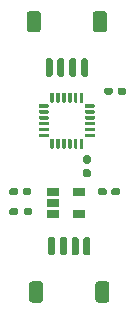
<source format=gbr>
%TF.GenerationSoftware,KiCad,Pcbnew,(5.1.9-0-10_14)*%
%TF.CreationDate,2022-01-13T23:21:40+01:00*%
%TF.ProjectId,tinypico_shield,74696e79-7069-4636-9f5f-736869656c64,rev?*%
%TF.SameCoordinates,Original*%
%TF.FileFunction,Paste,Top*%
%TF.FilePolarity,Positive*%
%FSLAX46Y46*%
G04 Gerber Fmt 4.6, Leading zero omitted, Abs format (unit mm)*
G04 Created by KiCad (PCBNEW (5.1.9-0-10_14)) date 2022-01-13 23:21:40*
%MOMM*%
%LPD*%
G01*
G04 APERTURE LIST*
%ADD10R,1.060000X0.650000*%
G04 APERTURE END LIST*
%TO.C,C4*%
G36*
G01*
X13300000Y-13655000D02*
X13300000Y-13345000D01*
G75*
G02*
X13455000Y-13190000I155000J0D01*
G01*
X13880000Y-13190000D01*
G75*
G02*
X14035000Y-13345000I0J-155000D01*
G01*
X14035000Y-13655000D01*
G75*
G02*
X13880000Y-13810000I-155000J0D01*
G01*
X13455000Y-13810000D01*
G75*
G02*
X13300000Y-13655000I0J155000D01*
G01*
G37*
G36*
G01*
X12165000Y-13655000D02*
X12165000Y-13345000D01*
G75*
G02*
X12320000Y-13190000I155000J0D01*
G01*
X12745000Y-13190000D01*
G75*
G02*
X12900000Y-13345000I0J-155000D01*
G01*
X12900000Y-13655000D01*
G75*
G02*
X12745000Y-13810000I-155000J0D01*
G01*
X12320000Y-13810000D01*
G75*
G02*
X12165000Y-13655000I0J155000D01*
G01*
G37*
%TD*%
%TO.C,J8*%
G36*
G01*
X11400000Y-31150001D02*
X11400000Y-29849999D01*
G75*
G02*
X11649999Y-29600000I249999J0D01*
G01*
X12350001Y-29600000D01*
G75*
G02*
X12600000Y-29849999I0J-249999D01*
G01*
X12600000Y-31150001D01*
G75*
G02*
X12350001Y-31400000I-249999J0D01*
G01*
X11649999Y-31400000D01*
G75*
G02*
X11400000Y-31150001I0J249999D01*
G01*
G37*
G36*
G01*
X5800000Y-31150001D02*
X5800000Y-29849999D01*
G75*
G02*
X6049999Y-29600000I249999J0D01*
G01*
X6750001Y-29600000D01*
G75*
G02*
X7000000Y-29849999I0J-249999D01*
G01*
X7000000Y-31150001D01*
G75*
G02*
X6750001Y-31400000I-249999J0D01*
G01*
X6049999Y-31400000D01*
G75*
G02*
X5800000Y-31150001I0J249999D01*
G01*
G37*
G36*
G01*
X10400000Y-27250000D02*
X10400000Y-26000000D01*
G75*
G02*
X10550000Y-25850000I150000J0D01*
G01*
X10850000Y-25850000D01*
G75*
G02*
X11000000Y-26000000I0J-150000D01*
G01*
X11000000Y-27250000D01*
G75*
G02*
X10850000Y-27400000I-150000J0D01*
G01*
X10550000Y-27400000D01*
G75*
G02*
X10400000Y-27250000I0J150000D01*
G01*
G37*
G36*
G01*
X9400000Y-27250000D02*
X9400000Y-26000000D01*
G75*
G02*
X9550000Y-25850000I150000J0D01*
G01*
X9850000Y-25850000D01*
G75*
G02*
X10000000Y-26000000I0J-150000D01*
G01*
X10000000Y-27250000D01*
G75*
G02*
X9850000Y-27400000I-150000J0D01*
G01*
X9550000Y-27400000D01*
G75*
G02*
X9400000Y-27250000I0J150000D01*
G01*
G37*
G36*
G01*
X8400000Y-27250000D02*
X8400000Y-26000000D01*
G75*
G02*
X8550000Y-25850000I150000J0D01*
G01*
X8850000Y-25850000D01*
G75*
G02*
X9000000Y-26000000I0J-150000D01*
G01*
X9000000Y-27250000D01*
G75*
G02*
X8850000Y-27400000I-150000J0D01*
G01*
X8550000Y-27400000D01*
G75*
G02*
X8400000Y-27250000I0J150000D01*
G01*
G37*
G36*
G01*
X7400000Y-27250000D02*
X7400000Y-26000000D01*
G75*
G02*
X7550000Y-25850000I150000J0D01*
G01*
X7850000Y-25850000D01*
G75*
G02*
X8000000Y-26000000I0J-150000D01*
G01*
X8000000Y-27250000D01*
G75*
G02*
X7850000Y-27400000I-150000J0D01*
G01*
X7550000Y-27400000D01*
G75*
G02*
X7400000Y-27250000I0J150000D01*
G01*
G37*
%TD*%
D10*
%TO.C,U2*%
X10000000Y-22000000D03*
X10000000Y-23900000D03*
X7800000Y-23900000D03*
X7800000Y-22950000D03*
X7800000Y-22000000D03*
%TD*%
%TO.C,R1*%
G36*
G01*
X4857500Y-23535000D02*
X4857500Y-23855000D01*
G75*
G02*
X4697500Y-24015000I-160000J0D01*
G01*
X4302500Y-24015000D01*
G75*
G02*
X4142500Y-23855000I0J160000D01*
G01*
X4142500Y-23535000D01*
G75*
G02*
X4302500Y-23375000I160000J0D01*
G01*
X4697500Y-23375000D01*
G75*
G02*
X4857500Y-23535000I0J-160000D01*
G01*
G37*
G36*
G01*
X6052500Y-23535000D02*
X6052500Y-23855000D01*
G75*
G02*
X5892500Y-24015000I-160000J0D01*
G01*
X5497500Y-24015000D01*
G75*
G02*
X5337500Y-23855000I0J160000D01*
G01*
X5337500Y-23535000D01*
G75*
G02*
X5497500Y-23375000I160000J0D01*
G01*
X5892500Y-23375000D01*
G75*
G02*
X6052500Y-23535000I0J-160000D01*
G01*
G37*
%TD*%
%TO.C,C3*%
G36*
G01*
X10545000Y-20067500D02*
X10855000Y-20067500D01*
G75*
G02*
X11010000Y-20222500I0J-155000D01*
G01*
X11010000Y-20647500D01*
G75*
G02*
X10855000Y-20802500I-155000J0D01*
G01*
X10545000Y-20802500D01*
G75*
G02*
X10390000Y-20647500I0J155000D01*
G01*
X10390000Y-20222500D01*
G75*
G02*
X10545000Y-20067500I155000J0D01*
G01*
G37*
G36*
G01*
X10545000Y-18932500D02*
X10855000Y-18932500D01*
G75*
G02*
X11010000Y-19087500I0J-155000D01*
G01*
X11010000Y-19512500D01*
G75*
G02*
X10855000Y-19667500I-155000J0D01*
G01*
X10545000Y-19667500D01*
G75*
G02*
X10390000Y-19512500I0J155000D01*
G01*
X10390000Y-19087500D01*
G75*
G02*
X10545000Y-18932500I155000J0D01*
G01*
G37*
%TD*%
%TO.C,C2*%
G36*
G01*
X4867500Y-21845000D02*
X4867500Y-22155000D01*
G75*
G02*
X4712500Y-22310000I-155000J0D01*
G01*
X4287500Y-22310000D01*
G75*
G02*
X4132500Y-22155000I0J155000D01*
G01*
X4132500Y-21845000D01*
G75*
G02*
X4287500Y-21690000I155000J0D01*
G01*
X4712500Y-21690000D01*
G75*
G02*
X4867500Y-21845000I0J-155000D01*
G01*
G37*
G36*
G01*
X6002500Y-21845000D02*
X6002500Y-22155000D01*
G75*
G02*
X5847500Y-22310000I-155000J0D01*
G01*
X5422500Y-22310000D01*
G75*
G02*
X5267500Y-22155000I0J155000D01*
G01*
X5267500Y-21845000D01*
G75*
G02*
X5422500Y-21690000I155000J0D01*
G01*
X5847500Y-21690000D01*
G75*
G02*
X6002500Y-21845000I0J-155000D01*
G01*
G37*
%TD*%
%TO.C,C1*%
G36*
G01*
X12767500Y-22155000D02*
X12767500Y-21845000D01*
G75*
G02*
X12922500Y-21690000I155000J0D01*
G01*
X13347500Y-21690000D01*
G75*
G02*
X13502500Y-21845000I0J-155000D01*
G01*
X13502500Y-22155000D01*
G75*
G02*
X13347500Y-22310000I-155000J0D01*
G01*
X12922500Y-22310000D01*
G75*
G02*
X12767500Y-22155000I0J155000D01*
G01*
G37*
G36*
G01*
X11632500Y-22155000D02*
X11632500Y-21845000D01*
G75*
G02*
X11787500Y-21690000I155000J0D01*
G01*
X12212500Y-21690000D01*
G75*
G02*
X12367500Y-21845000I0J-155000D01*
G01*
X12367500Y-22155000D01*
G75*
G02*
X12212500Y-22310000I-155000J0D01*
G01*
X11787500Y-22310000D01*
G75*
G02*
X11632500Y-22155000I0J155000D01*
G01*
G37*
%TD*%
%TO.C,J9*%
G36*
G01*
X6800000Y-6974999D02*
X6800000Y-8275001D01*
G75*
G02*
X6550001Y-8525000I-249999J0D01*
G01*
X5849999Y-8525000D01*
G75*
G02*
X5600000Y-8275001I0J249999D01*
G01*
X5600000Y-6974999D01*
G75*
G02*
X5849999Y-6725000I249999J0D01*
G01*
X6550001Y-6725000D01*
G75*
G02*
X6800000Y-6974999I0J-249999D01*
G01*
G37*
G36*
G01*
X12400000Y-6974999D02*
X12400000Y-8275001D01*
G75*
G02*
X12150001Y-8525000I-249999J0D01*
G01*
X11449999Y-8525000D01*
G75*
G02*
X11200000Y-8275001I0J249999D01*
G01*
X11200000Y-6974999D01*
G75*
G02*
X11449999Y-6725000I249999J0D01*
G01*
X12150001Y-6725000D01*
G75*
G02*
X12400000Y-6974999I0J-249999D01*
G01*
G37*
G36*
G01*
X7800000Y-10875000D02*
X7800000Y-12125000D01*
G75*
G02*
X7650000Y-12275000I-150000J0D01*
G01*
X7350000Y-12275000D01*
G75*
G02*
X7200000Y-12125000I0J150000D01*
G01*
X7200000Y-10875000D01*
G75*
G02*
X7350000Y-10725000I150000J0D01*
G01*
X7650000Y-10725000D01*
G75*
G02*
X7800000Y-10875000I0J-150000D01*
G01*
G37*
G36*
G01*
X8800000Y-10875000D02*
X8800000Y-12125000D01*
G75*
G02*
X8650000Y-12275000I-150000J0D01*
G01*
X8350000Y-12275000D01*
G75*
G02*
X8200000Y-12125000I0J150000D01*
G01*
X8200000Y-10875000D01*
G75*
G02*
X8350000Y-10725000I150000J0D01*
G01*
X8650000Y-10725000D01*
G75*
G02*
X8800000Y-10875000I0J-150000D01*
G01*
G37*
G36*
G01*
X9800000Y-10875000D02*
X9800000Y-12125000D01*
G75*
G02*
X9650000Y-12275000I-150000J0D01*
G01*
X9350000Y-12275000D01*
G75*
G02*
X9200000Y-12125000I0J150000D01*
G01*
X9200000Y-10875000D01*
G75*
G02*
X9350000Y-10725000I150000J0D01*
G01*
X9650000Y-10725000D01*
G75*
G02*
X9800000Y-10875000I0J-150000D01*
G01*
G37*
G36*
G01*
X10800000Y-10875000D02*
X10800000Y-12125000D01*
G75*
G02*
X10650000Y-12275000I-150000J0D01*
G01*
X10350000Y-12275000D01*
G75*
G02*
X10200000Y-12125000I0J150000D01*
G01*
X10200000Y-10875000D01*
G75*
G02*
X10350000Y-10725000I150000J0D01*
G01*
X10650000Y-10725000D01*
G75*
G02*
X10800000Y-10875000I0J-150000D01*
G01*
G37*
%TD*%
%TO.C,U1*%
G36*
G01*
X7825000Y-14475000D02*
X7675000Y-14475000D01*
G75*
G02*
X7600000Y-14400000I0J75000D01*
G01*
X7600000Y-13700000D01*
G75*
G02*
X7675000Y-13625000I75000J0D01*
G01*
X7825000Y-13625000D01*
G75*
G02*
X7900000Y-13700000I0J-75000D01*
G01*
X7900000Y-14400000D01*
G75*
G02*
X7825000Y-14475000I-75000J0D01*
G01*
G37*
G36*
G01*
X8325000Y-14475000D02*
X8175000Y-14475000D01*
G75*
G02*
X8100000Y-14400000I0J75000D01*
G01*
X8100000Y-13700000D01*
G75*
G02*
X8175000Y-13625000I75000J0D01*
G01*
X8325000Y-13625000D01*
G75*
G02*
X8400000Y-13700000I0J-75000D01*
G01*
X8400000Y-14400000D01*
G75*
G02*
X8325000Y-14475000I-75000J0D01*
G01*
G37*
G36*
G01*
X8825000Y-14475000D02*
X8675000Y-14475000D01*
G75*
G02*
X8600000Y-14400000I0J75000D01*
G01*
X8600000Y-13700000D01*
G75*
G02*
X8675000Y-13625000I75000J0D01*
G01*
X8825000Y-13625000D01*
G75*
G02*
X8900000Y-13700000I0J-75000D01*
G01*
X8900000Y-14400000D01*
G75*
G02*
X8825000Y-14475000I-75000J0D01*
G01*
G37*
G36*
G01*
X9325000Y-14475000D02*
X9175000Y-14475000D01*
G75*
G02*
X9100000Y-14400000I0J75000D01*
G01*
X9100000Y-13700000D01*
G75*
G02*
X9175000Y-13625000I75000J0D01*
G01*
X9325000Y-13625000D01*
G75*
G02*
X9400000Y-13700000I0J-75000D01*
G01*
X9400000Y-14400000D01*
G75*
G02*
X9325000Y-14475000I-75000J0D01*
G01*
G37*
G36*
G01*
X9825000Y-14475000D02*
X9675000Y-14475000D01*
G75*
G02*
X9600000Y-14400000I0J75000D01*
G01*
X9600000Y-13700000D01*
G75*
G02*
X9675000Y-13625000I75000J0D01*
G01*
X9825000Y-13625000D01*
G75*
G02*
X9900000Y-13700000I0J-75000D01*
G01*
X9900000Y-14400000D01*
G75*
G02*
X9825000Y-14475000I-75000J0D01*
G01*
G37*
G36*
G01*
X10325000Y-14475000D02*
X10175000Y-14475000D01*
G75*
G02*
X10100000Y-14400000I0J75000D01*
G01*
X10100000Y-13700000D01*
G75*
G02*
X10175000Y-13625000I75000J0D01*
G01*
X10325000Y-13625000D01*
G75*
G02*
X10400000Y-13700000I0J-75000D01*
G01*
X10400000Y-14400000D01*
G75*
G02*
X10325000Y-14475000I-75000J0D01*
G01*
G37*
G36*
G01*
X10525000Y-14825000D02*
X10525000Y-14675000D01*
G75*
G02*
X10600000Y-14600000I75000J0D01*
G01*
X11300000Y-14600000D01*
G75*
G02*
X11375000Y-14675000I0J-75000D01*
G01*
X11375000Y-14825000D01*
G75*
G02*
X11300000Y-14900000I-75000J0D01*
G01*
X10600000Y-14900000D01*
G75*
G02*
X10525000Y-14825000I0J75000D01*
G01*
G37*
G36*
G01*
X10525000Y-15325000D02*
X10525000Y-15175000D01*
G75*
G02*
X10600000Y-15100000I75000J0D01*
G01*
X11300000Y-15100000D01*
G75*
G02*
X11375000Y-15175000I0J-75000D01*
G01*
X11375000Y-15325000D01*
G75*
G02*
X11300000Y-15400000I-75000J0D01*
G01*
X10600000Y-15400000D01*
G75*
G02*
X10525000Y-15325000I0J75000D01*
G01*
G37*
G36*
G01*
X10525000Y-15825000D02*
X10525000Y-15675000D01*
G75*
G02*
X10600000Y-15600000I75000J0D01*
G01*
X11300000Y-15600000D01*
G75*
G02*
X11375000Y-15675000I0J-75000D01*
G01*
X11375000Y-15825000D01*
G75*
G02*
X11300000Y-15900000I-75000J0D01*
G01*
X10600000Y-15900000D01*
G75*
G02*
X10525000Y-15825000I0J75000D01*
G01*
G37*
G36*
G01*
X10525000Y-16325000D02*
X10525000Y-16175000D01*
G75*
G02*
X10600000Y-16100000I75000J0D01*
G01*
X11300000Y-16100000D01*
G75*
G02*
X11375000Y-16175000I0J-75000D01*
G01*
X11375000Y-16325000D01*
G75*
G02*
X11300000Y-16400000I-75000J0D01*
G01*
X10600000Y-16400000D01*
G75*
G02*
X10525000Y-16325000I0J75000D01*
G01*
G37*
G36*
G01*
X10525000Y-16825000D02*
X10525000Y-16675000D01*
G75*
G02*
X10600000Y-16600000I75000J0D01*
G01*
X11300000Y-16600000D01*
G75*
G02*
X11375000Y-16675000I0J-75000D01*
G01*
X11375000Y-16825000D01*
G75*
G02*
X11300000Y-16900000I-75000J0D01*
G01*
X10600000Y-16900000D01*
G75*
G02*
X10525000Y-16825000I0J75000D01*
G01*
G37*
G36*
G01*
X10525000Y-17325000D02*
X10525000Y-17175000D01*
G75*
G02*
X10600000Y-17100000I75000J0D01*
G01*
X11300000Y-17100000D01*
G75*
G02*
X11375000Y-17175000I0J-75000D01*
G01*
X11375000Y-17325000D01*
G75*
G02*
X11300000Y-17400000I-75000J0D01*
G01*
X10600000Y-17400000D01*
G75*
G02*
X10525000Y-17325000I0J75000D01*
G01*
G37*
G36*
G01*
X10325000Y-18375000D02*
X10175000Y-18375000D01*
G75*
G02*
X10100000Y-18300000I0J75000D01*
G01*
X10100000Y-17600000D01*
G75*
G02*
X10175000Y-17525000I75000J0D01*
G01*
X10325000Y-17525000D01*
G75*
G02*
X10400000Y-17600000I0J-75000D01*
G01*
X10400000Y-18300000D01*
G75*
G02*
X10325000Y-18375000I-75000J0D01*
G01*
G37*
G36*
G01*
X9825000Y-18375000D02*
X9675000Y-18375000D01*
G75*
G02*
X9600000Y-18300000I0J75000D01*
G01*
X9600000Y-17600000D01*
G75*
G02*
X9675000Y-17525000I75000J0D01*
G01*
X9825000Y-17525000D01*
G75*
G02*
X9900000Y-17600000I0J-75000D01*
G01*
X9900000Y-18300000D01*
G75*
G02*
X9825000Y-18375000I-75000J0D01*
G01*
G37*
G36*
G01*
X9325000Y-18375000D02*
X9175000Y-18375000D01*
G75*
G02*
X9100000Y-18300000I0J75000D01*
G01*
X9100000Y-17600000D01*
G75*
G02*
X9175000Y-17525000I75000J0D01*
G01*
X9325000Y-17525000D01*
G75*
G02*
X9400000Y-17600000I0J-75000D01*
G01*
X9400000Y-18300000D01*
G75*
G02*
X9325000Y-18375000I-75000J0D01*
G01*
G37*
G36*
G01*
X8825000Y-18375000D02*
X8675000Y-18375000D01*
G75*
G02*
X8600000Y-18300000I0J75000D01*
G01*
X8600000Y-17600000D01*
G75*
G02*
X8675000Y-17525000I75000J0D01*
G01*
X8825000Y-17525000D01*
G75*
G02*
X8900000Y-17600000I0J-75000D01*
G01*
X8900000Y-18300000D01*
G75*
G02*
X8825000Y-18375000I-75000J0D01*
G01*
G37*
G36*
G01*
X8325000Y-18375000D02*
X8175000Y-18375000D01*
G75*
G02*
X8100000Y-18300000I0J75000D01*
G01*
X8100000Y-17600000D01*
G75*
G02*
X8175000Y-17525000I75000J0D01*
G01*
X8325000Y-17525000D01*
G75*
G02*
X8400000Y-17600000I0J-75000D01*
G01*
X8400000Y-18300000D01*
G75*
G02*
X8325000Y-18375000I-75000J0D01*
G01*
G37*
G36*
G01*
X7825000Y-18375000D02*
X7675000Y-18375000D01*
G75*
G02*
X7600000Y-18300000I0J75000D01*
G01*
X7600000Y-17600000D01*
G75*
G02*
X7675000Y-17525000I75000J0D01*
G01*
X7825000Y-17525000D01*
G75*
G02*
X7900000Y-17600000I0J-75000D01*
G01*
X7900000Y-18300000D01*
G75*
G02*
X7825000Y-18375000I-75000J0D01*
G01*
G37*
G36*
G01*
X6625000Y-17325000D02*
X6625000Y-17175000D01*
G75*
G02*
X6700000Y-17100000I75000J0D01*
G01*
X7400000Y-17100000D01*
G75*
G02*
X7475000Y-17175000I0J-75000D01*
G01*
X7475000Y-17325000D01*
G75*
G02*
X7400000Y-17400000I-75000J0D01*
G01*
X6700000Y-17400000D01*
G75*
G02*
X6625000Y-17325000I0J75000D01*
G01*
G37*
G36*
G01*
X6625000Y-16825000D02*
X6625000Y-16675000D01*
G75*
G02*
X6700000Y-16600000I75000J0D01*
G01*
X7400000Y-16600000D01*
G75*
G02*
X7475000Y-16675000I0J-75000D01*
G01*
X7475000Y-16825000D01*
G75*
G02*
X7400000Y-16900000I-75000J0D01*
G01*
X6700000Y-16900000D01*
G75*
G02*
X6625000Y-16825000I0J75000D01*
G01*
G37*
G36*
G01*
X6625000Y-16325000D02*
X6625000Y-16175000D01*
G75*
G02*
X6700000Y-16100000I75000J0D01*
G01*
X7400000Y-16100000D01*
G75*
G02*
X7475000Y-16175000I0J-75000D01*
G01*
X7475000Y-16325000D01*
G75*
G02*
X7400000Y-16400000I-75000J0D01*
G01*
X6700000Y-16400000D01*
G75*
G02*
X6625000Y-16325000I0J75000D01*
G01*
G37*
G36*
G01*
X6625000Y-15825000D02*
X6625000Y-15675000D01*
G75*
G02*
X6700000Y-15600000I75000J0D01*
G01*
X7400000Y-15600000D01*
G75*
G02*
X7475000Y-15675000I0J-75000D01*
G01*
X7475000Y-15825000D01*
G75*
G02*
X7400000Y-15900000I-75000J0D01*
G01*
X6700000Y-15900000D01*
G75*
G02*
X6625000Y-15825000I0J75000D01*
G01*
G37*
G36*
G01*
X6625000Y-15325000D02*
X6625000Y-15175000D01*
G75*
G02*
X6700000Y-15100000I75000J0D01*
G01*
X7400000Y-15100000D01*
G75*
G02*
X7475000Y-15175000I0J-75000D01*
G01*
X7475000Y-15325000D01*
G75*
G02*
X7400000Y-15400000I-75000J0D01*
G01*
X6700000Y-15400000D01*
G75*
G02*
X6625000Y-15325000I0J75000D01*
G01*
G37*
G36*
G01*
X6625000Y-14825000D02*
X6625000Y-14675000D01*
G75*
G02*
X6700000Y-14600000I75000J0D01*
G01*
X7400000Y-14600000D01*
G75*
G02*
X7475000Y-14675000I0J-75000D01*
G01*
X7475000Y-14825000D01*
G75*
G02*
X7400000Y-14900000I-75000J0D01*
G01*
X6700000Y-14900000D01*
G75*
G02*
X6625000Y-14825000I0J75000D01*
G01*
G37*
%TD*%
M02*

</source>
